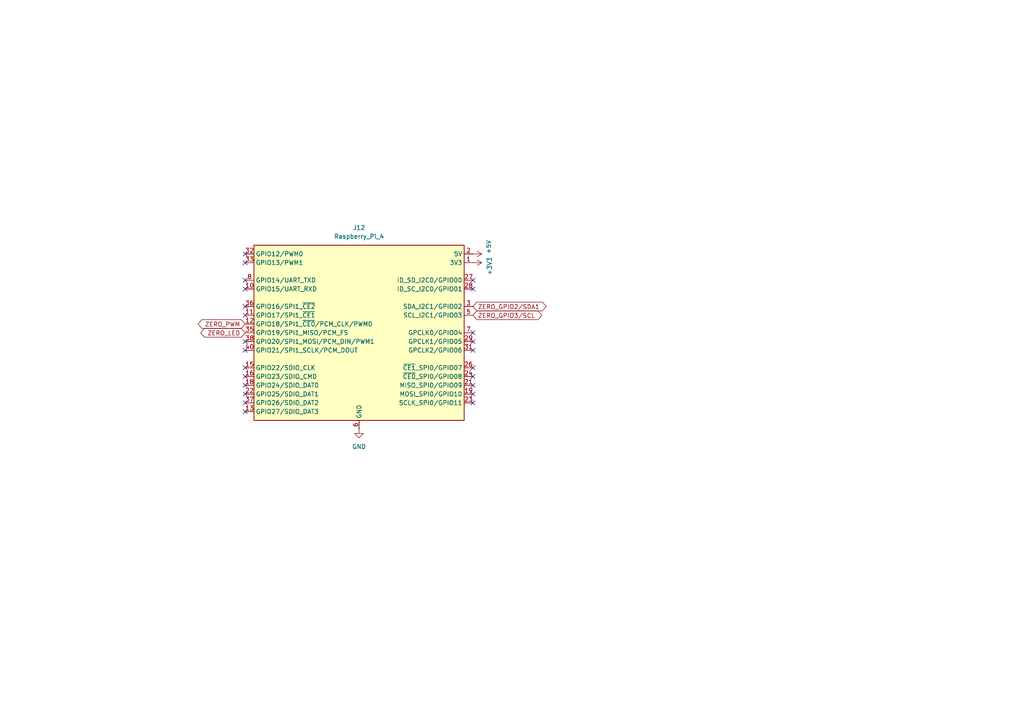
<source format=kicad_sch>
(kicad_sch (version 20250114) (generator "eeschema") (generator_version "9.0")
  (paper "A4")
  (lib_symbols
    (symbol "Connector:Raspberry_Pi_4"
      (property "Reference" "J" (at -17.526 48.768 0))
      (property "Value" "Raspberry_Pi_4" (at 15.748 -26.416 0))
      (symbol "Raspberry_Pi_4_0_1"
        (rectangle (start -30.48 25.4) (end 30.48 -25.4) (stroke (width 0.254)) (fill (type background)))
      )
      (symbol "Raspberry_Pi_4_1_1"
        (pin bidirectional line (at -33.02 22.86 0) (length 2.54) (name "GPIO12/PWM0") (number "32"))
        (pin bidirectional line (at -33.02 20.32 0) (length 2.54) (name "GPIO13/PWM1") (number "33"))
        (pin bidirectional line (at -33.02 15.24 0) (length 2.54) (name "GPIO14/UART_TXD") (number "8"))
        (pin bidirectional line (at -33.02 12.7 0) (length 2.54) (name "GPIO15/UART_RXD") (number "10"))
        (pin bidirectional line (at -33.02 7.62 0) (length 2.54) (name "GPIO16/SPI1_~{CE2}") (number "36"))
        (pin bidirectional line (at -33.02 5.08 0) (length 2.54) (name "GPIO17/SPI1_~{CE1}") (number "11"))
        (pin bidirectional line (at -33.02 2.54 0) (length 2.54) (name "GPIO18/SPI1_~{CE0}/PCM_CLK/PWM0") (number "12"))
        (pin bidirectional line (at -33.02 0 0) (length 2.54) (name "GPIO19/SPI1_MISO/PCM_FS") (number "35"))
        (pin bidirectional line (at -33.02 -2.54 0) (length 2.54) (name "GPIO20/SPI1_MOSI/PCM_DIN/PWM1") (number "38"))
        (pin bidirectional line (at -33.02 -5.08 0) (length 2.54) (name "GPIO21/SPI1_SCLK/PCM_DOUT") (number "40"))
        (pin bidirectional line (at -33.02 -10.16 0) (length 2.54) (name "GPIO22/SDIO_CLK") (number "15"))
        (pin bidirectional line (at -33.02 -12.7 0) (length 2.54) (name "GPIO23/SDIO_CMD") (number "16"))
        (pin bidirectional line (at -33.02 -15.24 0) (length 2.54) (name "GPIO24/SDIO_DAT0") (number "18"))
        (pin bidirectional line (at -33.02 -17.78 0) (length 2.54) (name "GPIO25/SDIO_DAT1") (number "22"))
        (pin bidirectional line (at -33.02 -20.32 0) (length 2.54) (name "GPIO26/SDIO_DAT2") (number "37"))
        (pin bidirectional line (at -33.02 -22.86 0) (length 2.54) (name "GPIO27/SDIO_DAT3") (number "13"))
        (pin passive line (at 0 -27.94 90) (length 2.54) (hide yes) (name "GND") (number "14"))
        (pin passive line (at 0 -27.94 90) (length 2.54) (hide yes) (name "GND") (number "20"))
        (pin passive line (at 0 -27.94 90) (length 2.54) (hide yes) (name "GND") (number "25"))
        (pin passive line (at 0 -27.94 90) (length 2.54) (hide yes) (name "GND") (number "30"))
        (pin passive line (at 0 -27.94 90) (length 2.54) (hide yes) (name "GND") (number "34"))
        (pin passive line (at 0 -27.94 90) (length 2.54) (hide yes) (name "GND") (number "39"))
        (pin power_out line (at 0 -27.94 90) (length 2.54) (name "GND") (number "6"))
        (pin passive line (at 0 -27.94 90) (length 2.54) (hide yes) (name "GND") (number "9"))
        (pin power_out line (at 33.02 22.86 180) (length 2.54) (name "5V") (number "2"))
        (pin passive line (at 33.02 22.86 180) (length 2.54) (hide yes) (name "5V") (number "4"))
        (pin power_out line (at 33.02 20.32 180) (length 2.54) (name "3V3") (number "1"))
        (pin passive line (at 33.02 20.32 180) (length 2.54) (hide yes) (name "3V3") (number "17"))
        (pin bidirectional line (at 33.02 15.24 180) (length 2.54) (name "ID_SD_I2C0/GPIO00") (number "27"))
        (pin bidirectional line (at 33.02 12.7 180) (length 2.54) (name "ID_SC_I2C0/GPIO01") (number "28"))
        (pin bidirectional line (at 33.02 7.62 180) (length 2.54) (name "SDA_I2C1/GPIO02") (number "3"))
        (pin bidirectional line (at 33.02 5.08 180) (length 2.54) (name "SCL_I2C1/GPIO03") (number "5"))
        (pin bidirectional line (at 33.02 0 180) (length 2.54) (name "GPCLK0/GPIO04") (number "7"))
        (pin bidirectional line (at 33.02 -2.54 180) (length 2.54) (name "GPCLK1/GPIO05") (number "29"))
        (pin bidirectional line (at 33.02 -5.08 180) (length 2.54) (name "GPCLK2/GPIO06") (number "31"))
        (pin bidirectional line (at 33.02 -10.16 180) (length 2.54) (name "~{CE1}_SPI0/GPIO07") (number "26"))
        (pin bidirectional line (at 33.02 -12.7 180) (length 2.54) (name "~{CE0}_SPI0/GPIO08") (number "24"))
        (pin bidirectional line (at 33.02 -15.24 180) (length 2.54) (name "MISO_SPI0/GPIO09") (number "21"))
        (pin bidirectional line (at 33.02 -17.78 180) (length 2.54) (name "MOSI_SPI0/GPIO10") (number "19"))
        (pin bidirectional line (at 33.02 -20.32 180) (length 2.54) (name "SCLK_SPI0/GPIO11") (number "23"))
      )
    )
    (symbol "power:+3V3" (power) (pin_numbers (hide yes)) (pin_names (offset 0) (hide yes))
      (property "Value" "+3V3" (at 0 3.556 0))
      (symbol "+3V3_0_1"
        (polyline (pts (xy -0.762 1.27) (xy 0 2.54)))
        (polyline (pts (xy 0 2.54) (xy 0.762 1.27)))
        (polyline (pts (xy 0 0) (xy 0 2.54)))
      )
      (symbol "+3V3_1_1"
        (pin power_in line (at 0 0 90) (length 0) (name "~") (number "1"))
      )
    )
    (symbol "power:+5V" (power) (pin_numbers (hide yes)) (pin_names (offset 0) (hide yes))
      (property "Value" "+5V" (at 0 3.556 0))
      (symbol "+5V_0_1"
        (polyline (pts (xy -0.762 1.27) (xy 0 2.54)))
        (polyline (pts (xy 0 2.54) (xy 0.762 1.27)))
        (polyline (pts (xy 0 0) (xy 0 2.54)))
      )
      (symbol "+5V_1_1"
        (pin power_in line (at 0 0 90) (length 0) (name "~") (number "1"))
      )
    )
    (symbol "power:GND" (power) (pin_numbers (hide yes)) (pin_names (offset 0) (hide yes))
      (property "Value" "GND" (at 0 -3.81 0))
      (symbol "GND_0_1"
        (polyline (pts (xy 0 0) (xy 0 -1.27) (xy 1.27 -1.27) (xy 0 -2.54) (xy -1.27 -1.27) (xy 0 -1.27)))
      )
      (symbol "GND_1_1"
        (pin power_in line (at 0 0 270) (length 0) (name "~") (number "1"))
      )
    )
  )
  (no_connect (at 137.16 109.22))
  (no_connect (at 71.12 73.66))
  (no_connect (at 71.12 83.82))
  (no_connect (at 137.16 96.52))
  (no_connect (at 71.12 99.06))
  (no_connect (at 71.12 106.68))
  (no_connect (at 71.12 88.9))
  (no_connect (at 71.12 76.2))
  (no_connect (at 137.16 116.84))
  (no_connect (at 137.16 99.06))
  (no_connect (at 71.12 91.44))
  (no_connect (at 71.12 114.3))
  (no_connect (at 71.12 109.22))
  (no_connect (at 71.12 116.84))
  (no_connect (at 71.12 111.76))
  (no_connect (at 71.12 81.28))
  (no_connect (at 137.16 81.28))
  (no_connect (at 137.16 83.82))
  (no_connect (at 137.16 106.68))
  (no_connect (at 71.12 101.6))
  (no_connect (at 71.12 119.38))
  (no_connect (at 137.16 114.3))
  (no_connect (at 137.16 111.76))
  (no_connect (at 137.16 101.6))
  (global_label "ZERO_GPIO3{slash}SCL" (shape bidirectional) (at 137.16 91.44 0) (property "Intersheetrefs" "${INTERSHEET_REFS}" (effects (hide yes))))
  (global_label "ZERO_GPIO2{slash}SDA1" (shape bidirectional) (at 137.16 88.9 0) (property "Intersheetrefs" "${INTERSHEET_REFS}" (effects (hide yes))))
  (global_label "ZERO_LED" (shape bidirectional) (at 71.12 96.52 180) (property "Intersheetrefs" "${INTERSHEET_REFS}" (effects (hide yes))))
  (global_label "ZERO_PWM" (shape bidirectional) (at 71.12 93.98 180) (property "Intersheetrefs" "${INTERSHEET_REFS}" (effects (hide yes))))
  (symbol (lib_id "power:GND") (at 104.14 124.46 0) (unit 1)
    (property "Reference" "#PWR01" (effects (hide yes)))
    (property "Value" "GND" (at 104.14 129.54 0))
    (property "Description" "Power symbol creates a global label with name \"GND\" , ground" (effects (hide yes)))
  )
  (symbol (lib_id "power:+5V") (at 137.16 73.66 270) (unit 1)
    (property "Reference" "#PWR09" (effects (hide yes)))
    (property "Value" "+5V" (at 141.732 71.628 0))
    (property "Description" "Power symbol creates a global label with name \"+5V\"" (effects (hide yes)))
  )
  (symbol (lib_id "Connector:Raspberry_Pi_4") (at 104.14 96.52 0) (unit 1)
    (property "Reference" "J12" (at 104.14 66.04 0))
    (property "Value" "Raspberry_Pi_4" (at 104.14 68.58 0))
    (property "Datasheet" "https://datasheets.raspberrypi.com/rpi4/raspberry-pi-4-datasheet.pdf" (effects (hide yes)))
    (property "Description" "Raspberry Pi 4 Model B" (effects (hide yes)))
  )
  (symbol (lib_id "power:+3V3") (at 137.16 76.2 270) (unit 1)
    (property "Reference" "#PWR012" (effects (hide yes)))
    (property "Value" "+3V3" (at 141.986 77.216 0))
    (property "Description" "Power symbol creates a global label with name \"+3V3\"" (effects (hide yes)))
  )
)
</source>
